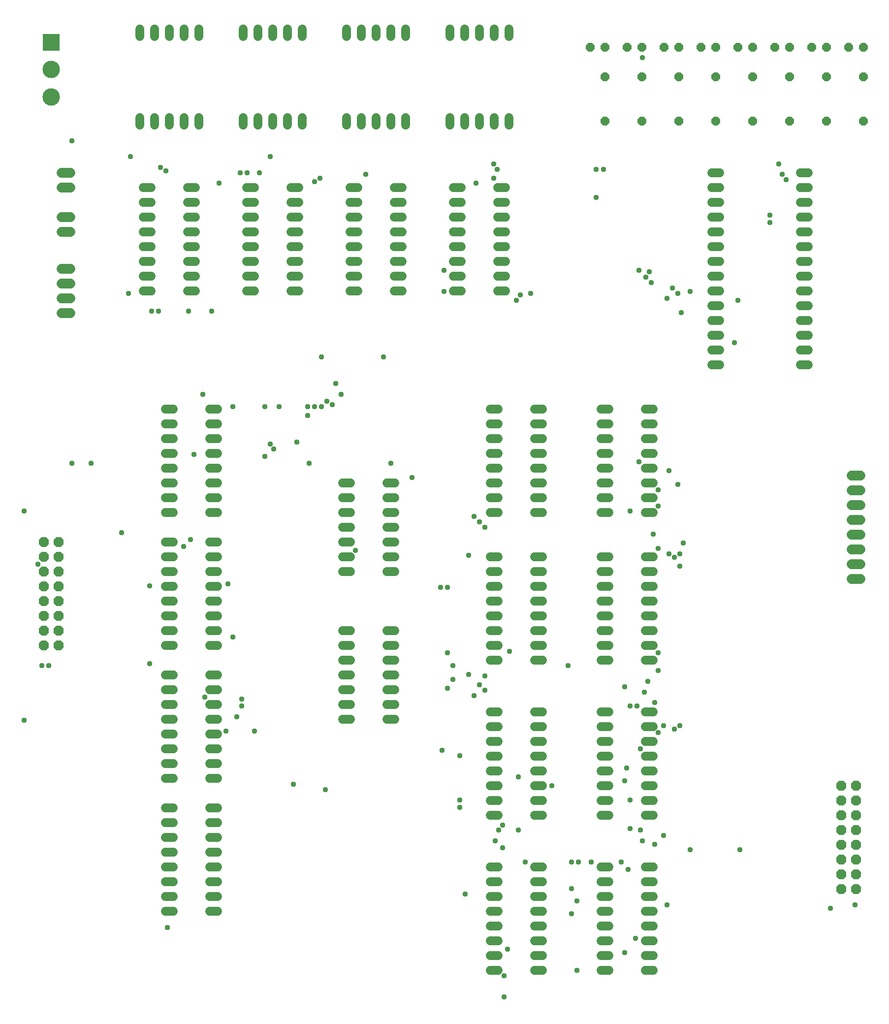
<source format=gbr>
G04 EAGLE Gerber RS-274X export*
G75*
%MOMM*%
%FSLAX34Y34*%
%LPD*%
%INSoldermask Bottom*%
%IPPOS*%
%AMOC8*
5,1,8,0,0,1.08239X$1,22.5*%
G01*
%ADD10C,1.524000*%
%ADD11P,1.649562X8X22.500000*%
%ADD12P,1.649562X8X112.500000*%
%ADD13R,2.984500X2.984500*%
%ADD14C,2.984500*%
%ADD15C,1.727200*%
%ADD16P,1.869504X8X112.500000*%
%ADD17C,0.959600*%


D10*
X787400Y1517396D02*
X787400Y1530604D01*
X812800Y1530604D02*
X812800Y1517396D01*
X838200Y1517396D02*
X838200Y1530604D01*
X863600Y1530604D02*
X863600Y1517396D01*
X889000Y1517396D02*
X889000Y1530604D01*
X889000Y1669796D02*
X889000Y1683004D01*
X863600Y1683004D02*
X863600Y1669796D01*
X838200Y1669796D02*
X838200Y1683004D01*
X812800Y1683004D02*
X812800Y1669796D01*
X787400Y1669796D02*
X787400Y1683004D01*
X609600Y1530604D02*
X609600Y1517396D01*
X635000Y1517396D02*
X635000Y1530604D01*
X660400Y1530604D02*
X660400Y1517396D01*
X685800Y1517396D02*
X685800Y1530604D01*
X711200Y1530604D02*
X711200Y1517396D01*
X711200Y1669796D02*
X711200Y1683004D01*
X685800Y1683004D02*
X685800Y1669796D01*
X660400Y1669796D02*
X660400Y1683004D01*
X635000Y1683004D02*
X635000Y1669796D01*
X609600Y1669796D02*
X609600Y1683004D01*
X431800Y1530604D02*
X431800Y1517396D01*
X457200Y1517396D02*
X457200Y1530604D01*
X482600Y1530604D02*
X482600Y1517396D01*
X508000Y1517396D02*
X508000Y1530604D01*
X533400Y1530604D02*
X533400Y1517396D01*
X533400Y1669796D02*
X533400Y1683004D01*
X508000Y1683004D02*
X508000Y1669796D01*
X482600Y1669796D02*
X482600Y1683004D01*
X457200Y1683004D02*
X457200Y1669796D01*
X431800Y1669796D02*
X431800Y1683004D01*
X254000Y1530604D02*
X254000Y1517396D01*
X279400Y1517396D02*
X279400Y1530604D01*
X304800Y1530604D02*
X304800Y1517396D01*
X330200Y1517396D02*
X330200Y1530604D01*
X355600Y1530604D02*
X355600Y1517396D01*
X355600Y1669796D02*
X355600Y1683004D01*
X330200Y1683004D02*
X330200Y1669796D01*
X304800Y1669796D02*
X304800Y1683004D01*
X279400Y1683004D02*
X279400Y1669796D01*
X254000Y1669796D02*
X254000Y1683004D01*
X1237996Y1435100D02*
X1251204Y1435100D01*
X1251204Y1409700D02*
X1237996Y1409700D01*
X1237996Y1384300D02*
X1251204Y1384300D01*
X1251204Y1358900D02*
X1237996Y1358900D01*
X1237996Y1333500D02*
X1251204Y1333500D01*
X1251204Y1308100D02*
X1237996Y1308100D01*
X1237996Y1282700D02*
X1251204Y1282700D01*
X1251204Y1257300D02*
X1237996Y1257300D01*
X1237996Y1231900D02*
X1251204Y1231900D01*
X1251204Y1206500D02*
X1237996Y1206500D01*
X1237996Y1181100D02*
X1251204Y1181100D01*
X1251204Y1155700D02*
X1237996Y1155700D01*
X1237996Y1130300D02*
X1251204Y1130300D01*
X1251204Y1104900D02*
X1237996Y1104900D01*
X1390396Y1104900D02*
X1403604Y1104900D01*
X1403604Y1130300D02*
X1390396Y1130300D01*
X1390396Y1155700D02*
X1403604Y1155700D01*
X1403604Y1181100D02*
X1390396Y1181100D01*
X1390396Y1206500D02*
X1403604Y1206500D01*
X1403604Y1231900D02*
X1390396Y1231900D01*
X1390396Y1257300D02*
X1403604Y1257300D01*
X1403604Y1282700D02*
X1390396Y1282700D01*
X1390396Y1308100D02*
X1403604Y1308100D01*
X1403604Y1333500D02*
X1390396Y1333500D01*
X1390396Y1358900D02*
X1403604Y1358900D01*
X1403604Y1384300D02*
X1390396Y1384300D01*
X1390396Y1409700D02*
X1403604Y1409700D01*
X1403604Y1435100D02*
X1390396Y1435100D01*
X451104Y1409700D02*
X437896Y1409700D01*
X437896Y1384300D02*
X451104Y1384300D01*
X451104Y1257300D02*
X437896Y1257300D01*
X437896Y1231900D02*
X451104Y1231900D01*
X451104Y1358900D02*
X437896Y1358900D01*
X437896Y1333500D02*
X451104Y1333500D01*
X451104Y1282700D02*
X437896Y1282700D01*
X437896Y1308100D02*
X451104Y1308100D01*
X514096Y1231900D02*
X527304Y1231900D01*
X527304Y1257300D02*
X514096Y1257300D01*
X514096Y1282700D02*
X527304Y1282700D01*
X527304Y1308100D02*
X514096Y1308100D01*
X514096Y1333500D02*
X527304Y1333500D01*
X527304Y1358900D02*
X514096Y1358900D01*
X514096Y1384300D02*
X527304Y1384300D01*
X527304Y1409700D02*
X514096Y1409700D01*
X273304Y1409700D02*
X260096Y1409700D01*
X260096Y1384300D02*
X273304Y1384300D01*
X273304Y1257300D02*
X260096Y1257300D01*
X260096Y1231900D02*
X273304Y1231900D01*
X273304Y1358900D02*
X260096Y1358900D01*
X260096Y1333500D02*
X273304Y1333500D01*
X273304Y1282700D02*
X260096Y1282700D01*
X260096Y1308100D02*
X273304Y1308100D01*
X336296Y1231900D02*
X349504Y1231900D01*
X349504Y1257300D02*
X336296Y1257300D01*
X336296Y1282700D02*
X349504Y1282700D01*
X349504Y1308100D02*
X336296Y1308100D01*
X336296Y1333500D02*
X349504Y1333500D01*
X349504Y1358900D02*
X336296Y1358900D01*
X336296Y1384300D02*
X349504Y1384300D01*
X349504Y1409700D02*
X336296Y1409700D01*
X856996Y1028700D02*
X870204Y1028700D01*
X870204Y1003300D02*
X856996Y1003300D01*
X856996Y876300D02*
X870204Y876300D01*
X870204Y850900D02*
X856996Y850900D01*
X856996Y977900D02*
X870204Y977900D01*
X870204Y952500D02*
X856996Y952500D01*
X856996Y901700D02*
X870204Y901700D01*
X870204Y927100D02*
X856996Y927100D01*
X933196Y850900D02*
X946404Y850900D01*
X946404Y876300D02*
X933196Y876300D01*
X933196Y901700D02*
X946404Y901700D01*
X946404Y927100D02*
X933196Y927100D01*
X933196Y952500D02*
X946404Y952500D01*
X946404Y977900D02*
X933196Y977900D01*
X933196Y1003300D02*
X946404Y1003300D01*
X946404Y1028700D02*
X933196Y1028700D01*
X870204Y774700D02*
X856996Y774700D01*
X856996Y749300D02*
X870204Y749300D01*
X870204Y622300D02*
X856996Y622300D01*
X856996Y596900D02*
X870204Y596900D01*
X870204Y723900D02*
X856996Y723900D01*
X856996Y698500D02*
X870204Y698500D01*
X870204Y647700D02*
X856996Y647700D01*
X856996Y673100D02*
X870204Y673100D01*
X933196Y596900D02*
X946404Y596900D01*
X946404Y622300D02*
X933196Y622300D01*
X933196Y647700D02*
X946404Y647700D01*
X946404Y673100D02*
X933196Y673100D01*
X933196Y698500D02*
X946404Y698500D01*
X946404Y723900D02*
X933196Y723900D01*
X933196Y749300D02*
X946404Y749300D01*
X946404Y774700D02*
X933196Y774700D01*
X616204Y647700D02*
X602996Y647700D01*
X602996Y622300D02*
X616204Y622300D01*
X616204Y495300D02*
X602996Y495300D01*
X679196Y495300D02*
X692404Y495300D01*
X616204Y596900D02*
X602996Y596900D01*
X602996Y571500D02*
X616204Y571500D01*
X616204Y520700D02*
X602996Y520700D01*
X602996Y546100D02*
X616204Y546100D01*
X679196Y520700D02*
X692404Y520700D01*
X692404Y546100D02*
X679196Y546100D01*
X679196Y571500D02*
X692404Y571500D01*
X692404Y596900D02*
X679196Y596900D01*
X679196Y622300D02*
X692404Y622300D01*
X692404Y647700D02*
X679196Y647700D01*
X1047496Y508000D02*
X1060704Y508000D01*
X1060704Y482600D02*
X1047496Y482600D01*
X1047496Y355600D02*
X1060704Y355600D01*
X1060704Y330200D02*
X1047496Y330200D01*
X1047496Y457200D02*
X1060704Y457200D01*
X1060704Y431800D02*
X1047496Y431800D01*
X1047496Y381000D02*
X1060704Y381000D01*
X1060704Y406400D02*
X1047496Y406400D01*
X1123696Y330200D02*
X1136904Y330200D01*
X1136904Y355600D02*
X1123696Y355600D01*
X1123696Y381000D02*
X1136904Y381000D01*
X1136904Y406400D02*
X1123696Y406400D01*
X1123696Y431800D02*
X1136904Y431800D01*
X1136904Y457200D02*
X1123696Y457200D01*
X1123696Y482600D02*
X1136904Y482600D01*
X1136904Y508000D02*
X1123696Y508000D01*
X1060704Y241300D02*
X1047496Y241300D01*
X1047496Y215900D02*
X1060704Y215900D01*
X1060704Y88900D02*
X1047496Y88900D01*
X1047496Y63500D02*
X1060704Y63500D01*
X1060704Y190500D02*
X1047496Y190500D01*
X1047496Y165100D02*
X1060704Y165100D01*
X1060704Y114300D02*
X1047496Y114300D01*
X1047496Y139700D02*
X1060704Y139700D01*
X1123696Y63500D02*
X1136904Y63500D01*
X1136904Y88900D02*
X1123696Y88900D01*
X1123696Y114300D02*
X1136904Y114300D01*
X1136904Y139700D02*
X1123696Y139700D01*
X1123696Y165100D02*
X1136904Y165100D01*
X1136904Y190500D02*
X1123696Y190500D01*
X1123696Y215900D02*
X1136904Y215900D01*
X1136904Y241300D02*
X1123696Y241300D01*
X870204Y508000D02*
X856996Y508000D01*
X856996Y482600D02*
X870204Y482600D01*
X870204Y355600D02*
X856996Y355600D01*
X856996Y330200D02*
X870204Y330200D01*
X870204Y457200D02*
X856996Y457200D01*
X856996Y431800D02*
X870204Y431800D01*
X870204Y381000D02*
X856996Y381000D01*
X856996Y406400D02*
X870204Y406400D01*
X933196Y330200D02*
X946404Y330200D01*
X946404Y355600D02*
X933196Y355600D01*
X933196Y381000D02*
X946404Y381000D01*
X946404Y406400D02*
X933196Y406400D01*
X933196Y431800D02*
X946404Y431800D01*
X946404Y457200D02*
X933196Y457200D01*
X933196Y482600D02*
X946404Y482600D01*
X946404Y508000D02*
X933196Y508000D01*
X870204Y241300D02*
X856996Y241300D01*
X856996Y215900D02*
X870204Y215900D01*
X870204Y88900D02*
X856996Y88900D01*
X856996Y63500D02*
X870204Y63500D01*
X870204Y190500D02*
X856996Y190500D01*
X856996Y165100D02*
X870204Y165100D01*
X870204Y114300D02*
X856996Y114300D01*
X856996Y139700D02*
X870204Y139700D01*
X933196Y63500D02*
X946404Y63500D01*
X946404Y88900D02*
X933196Y88900D01*
X933196Y114300D02*
X946404Y114300D01*
X946404Y139700D02*
X933196Y139700D01*
X933196Y165100D02*
X946404Y165100D01*
X946404Y190500D02*
X933196Y190500D01*
X933196Y215900D02*
X946404Y215900D01*
X946404Y241300D02*
X933196Y241300D01*
X1047496Y1028700D02*
X1060704Y1028700D01*
X1060704Y1003300D02*
X1047496Y1003300D01*
X1047496Y876300D02*
X1060704Y876300D01*
X1060704Y850900D02*
X1047496Y850900D01*
X1047496Y977900D02*
X1060704Y977900D01*
X1060704Y952500D02*
X1047496Y952500D01*
X1047496Y901700D02*
X1060704Y901700D01*
X1060704Y927100D02*
X1047496Y927100D01*
X1123696Y850900D02*
X1136904Y850900D01*
X1136904Y876300D02*
X1123696Y876300D01*
X1123696Y901700D02*
X1136904Y901700D01*
X1136904Y927100D02*
X1123696Y927100D01*
X1123696Y952500D02*
X1136904Y952500D01*
X1136904Y977900D02*
X1123696Y977900D01*
X1123696Y1003300D02*
X1136904Y1003300D01*
X1136904Y1028700D02*
X1123696Y1028700D01*
X1060704Y774700D02*
X1047496Y774700D01*
X1047496Y749300D02*
X1060704Y749300D01*
X1060704Y622300D02*
X1047496Y622300D01*
X1047496Y596900D02*
X1060704Y596900D01*
X1060704Y723900D02*
X1047496Y723900D01*
X1047496Y698500D02*
X1060704Y698500D01*
X1060704Y647700D02*
X1047496Y647700D01*
X1047496Y673100D02*
X1060704Y673100D01*
X1123696Y596900D02*
X1136904Y596900D01*
X1136904Y622300D02*
X1123696Y622300D01*
X1123696Y647700D02*
X1136904Y647700D01*
X1136904Y673100D02*
X1123696Y673100D01*
X1123696Y698500D02*
X1136904Y698500D01*
X1136904Y723900D02*
X1123696Y723900D01*
X1123696Y749300D02*
X1136904Y749300D01*
X1136904Y774700D02*
X1123696Y774700D01*
X311404Y342900D02*
X298196Y342900D01*
X298196Y317500D02*
X311404Y317500D01*
X311404Y190500D02*
X298196Y190500D01*
X298196Y165100D02*
X311404Y165100D01*
X311404Y292100D02*
X298196Y292100D01*
X298196Y266700D02*
X311404Y266700D01*
X311404Y215900D02*
X298196Y215900D01*
X298196Y241300D02*
X311404Y241300D01*
X374396Y165100D02*
X387604Y165100D01*
X387604Y190500D02*
X374396Y190500D01*
X374396Y215900D02*
X387604Y215900D01*
X387604Y241300D02*
X374396Y241300D01*
X374396Y266700D02*
X387604Y266700D01*
X387604Y292100D02*
X374396Y292100D01*
X374396Y317500D02*
X387604Y317500D01*
X387604Y342900D02*
X374396Y342900D01*
X311404Y571500D02*
X298196Y571500D01*
X298196Y546100D02*
X311404Y546100D01*
X311404Y419100D02*
X298196Y419100D01*
X298196Y393700D02*
X311404Y393700D01*
X311404Y520700D02*
X298196Y520700D01*
X298196Y495300D02*
X311404Y495300D01*
X311404Y444500D02*
X298196Y444500D01*
X298196Y469900D02*
X311404Y469900D01*
X374396Y393700D02*
X387604Y393700D01*
X387604Y419100D02*
X374396Y419100D01*
X374396Y444500D02*
X387604Y444500D01*
X387604Y469900D02*
X374396Y469900D01*
X374396Y495300D02*
X387604Y495300D01*
X387604Y520700D02*
X374396Y520700D01*
X374396Y546100D02*
X387604Y546100D01*
X387604Y571500D02*
X374396Y571500D01*
X311404Y800100D02*
X298196Y800100D01*
X298196Y774700D02*
X311404Y774700D01*
X311404Y647700D02*
X298196Y647700D01*
X298196Y622300D02*
X311404Y622300D01*
X311404Y749300D02*
X298196Y749300D01*
X298196Y723900D02*
X311404Y723900D01*
X311404Y673100D02*
X298196Y673100D01*
X298196Y698500D02*
X311404Y698500D01*
X374396Y622300D02*
X387604Y622300D01*
X387604Y647700D02*
X374396Y647700D01*
X374396Y673100D02*
X387604Y673100D01*
X387604Y698500D02*
X374396Y698500D01*
X374396Y723900D02*
X387604Y723900D01*
X387604Y749300D02*
X374396Y749300D01*
X374396Y774700D02*
X387604Y774700D01*
X387604Y800100D02*
X374396Y800100D01*
X311404Y1028700D02*
X298196Y1028700D01*
X298196Y1003300D02*
X311404Y1003300D01*
X311404Y876300D02*
X298196Y876300D01*
X298196Y850900D02*
X311404Y850900D01*
X311404Y977900D02*
X298196Y977900D01*
X298196Y952500D02*
X311404Y952500D01*
X311404Y901700D02*
X298196Y901700D01*
X298196Y927100D02*
X311404Y927100D01*
X374396Y850900D02*
X387604Y850900D01*
X387604Y876300D02*
X374396Y876300D01*
X374396Y901700D02*
X387604Y901700D01*
X387604Y927100D02*
X374396Y927100D01*
X374396Y952500D02*
X387604Y952500D01*
X387604Y977900D02*
X374396Y977900D01*
X374396Y1003300D02*
X387604Y1003300D01*
X387604Y1028700D02*
X374396Y1028700D01*
X793496Y1409700D02*
X806704Y1409700D01*
X806704Y1384300D02*
X793496Y1384300D01*
X793496Y1257300D02*
X806704Y1257300D01*
X806704Y1231900D02*
X793496Y1231900D01*
X793496Y1358900D02*
X806704Y1358900D01*
X806704Y1333500D02*
X793496Y1333500D01*
X793496Y1282700D02*
X806704Y1282700D01*
X806704Y1308100D02*
X793496Y1308100D01*
X869696Y1231900D02*
X882904Y1231900D01*
X882904Y1257300D02*
X869696Y1257300D01*
X869696Y1282700D02*
X882904Y1282700D01*
X882904Y1308100D02*
X869696Y1308100D01*
X869696Y1333500D02*
X882904Y1333500D01*
X882904Y1358900D02*
X869696Y1358900D01*
X869696Y1384300D02*
X882904Y1384300D01*
X882904Y1409700D02*
X869696Y1409700D01*
X628904Y1409700D02*
X615696Y1409700D01*
X615696Y1384300D02*
X628904Y1384300D01*
X628904Y1257300D02*
X615696Y1257300D01*
X615696Y1231900D02*
X628904Y1231900D01*
X628904Y1358900D02*
X615696Y1358900D01*
X615696Y1333500D02*
X628904Y1333500D01*
X628904Y1282700D02*
X615696Y1282700D01*
X615696Y1308100D02*
X628904Y1308100D01*
X691896Y1231900D02*
X705104Y1231900D01*
X705104Y1257300D02*
X691896Y1257300D01*
X691896Y1282700D02*
X705104Y1282700D01*
X705104Y1308100D02*
X691896Y1308100D01*
X691896Y1333500D02*
X705104Y1333500D01*
X705104Y1358900D02*
X691896Y1358900D01*
X691896Y1384300D02*
X705104Y1384300D01*
X705104Y1409700D02*
X691896Y1409700D01*
D11*
X1473200Y1651000D03*
X1498600Y1651000D03*
X1092200Y1651000D03*
X1117600Y1651000D03*
X1409700Y1651000D03*
X1435100Y1651000D03*
X1346200Y1651000D03*
X1371600Y1651000D03*
X1282700Y1651000D03*
X1308100Y1651000D03*
X1219200Y1651000D03*
X1244600Y1651000D03*
X1155700Y1651000D03*
X1181100Y1651000D03*
X1028700Y1651000D03*
X1054100Y1651000D03*
D12*
X1498600Y1524000D03*
X1498600Y1600200D03*
X1117600Y1524000D03*
X1117600Y1600200D03*
X1435100Y1524000D03*
X1435100Y1600200D03*
X1371600Y1524000D03*
X1371600Y1600200D03*
X1308100Y1524000D03*
X1308100Y1600200D03*
X1244600Y1524000D03*
X1244600Y1600200D03*
X1181100Y1524000D03*
X1181100Y1600200D03*
X1054100Y1524000D03*
X1054100Y1600200D03*
D13*
X101600Y1659890D03*
D14*
X101600Y1612900D03*
X101600Y1565910D03*
D10*
X602996Y901700D02*
X616204Y901700D01*
X616204Y876300D02*
X602996Y876300D01*
X602996Y749300D02*
X616204Y749300D01*
X679196Y749300D02*
X692404Y749300D01*
X616204Y850900D02*
X602996Y850900D01*
X602996Y825500D02*
X616204Y825500D01*
X616204Y774700D02*
X602996Y774700D01*
X602996Y800100D02*
X616204Y800100D01*
X679196Y774700D02*
X692404Y774700D01*
X692404Y800100D02*
X679196Y800100D01*
X679196Y825500D02*
X692404Y825500D01*
X692404Y850900D02*
X679196Y850900D01*
X679196Y876300D02*
X692404Y876300D01*
X692404Y901700D02*
X679196Y901700D01*
D15*
X1478280Y914400D02*
X1493520Y914400D01*
X1493520Y889000D02*
X1478280Y889000D01*
X1478280Y863600D02*
X1493520Y863600D01*
X1493520Y838200D02*
X1478280Y838200D01*
X1478280Y812800D02*
X1493520Y812800D01*
X1493520Y787400D02*
X1478280Y787400D01*
X1478280Y762000D02*
X1493520Y762000D01*
X1493520Y736600D02*
X1478280Y736600D01*
D16*
X1485900Y203200D03*
X1460500Y203200D03*
X1485900Y228600D03*
X1460500Y228600D03*
X1485900Y254000D03*
X1460500Y254000D03*
X1485900Y279400D03*
X1460500Y279400D03*
X1485900Y304800D03*
X1460500Y304800D03*
X1485900Y330200D03*
X1460500Y330200D03*
X1485900Y355600D03*
X1460500Y355600D03*
X1485900Y381000D03*
X1460500Y381000D03*
D15*
X134620Y1270000D02*
X119380Y1270000D01*
X119380Y1244600D02*
X134620Y1244600D01*
X134620Y1219200D02*
X119380Y1219200D01*
X119380Y1193800D02*
X134620Y1193800D01*
X134620Y1333500D02*
X119380Y1333500D01*
X119380Y1358900D02*
X134620Y1358900D01*
X134620Y1409700D02*
X119380Y1409700D01*
X119380Y1435100D02*
X134620Y1435100D01*
D16*
X114300Y622300D03*
X88900Y622300D03*
X114300Y647700D03*
X88900Y647700D03*
X114300Y673100D03*
X88900Y673100D03*
X114300Y698500D03*
X88900Y698500D03*
X114300Y723900D03*
X88900Y723900D03*
X114300Y749300D03*
X88900Y749300D03*
X114300Y774700D03*
X88900Y774700D03*
X114300Y800100D03*
X88900Y800100D03*
D17*
X1277112Y1143000D03*
X1146048Y789432D03*
X1146048Y609600D03*
X1353312Y1450848D03*
X1146048Y579120D03*
X1359408Y1432560D03*
X1441704Y170688D03*
X917448Y249936D03*
X1484376Y176784D03*
X1097280Y307848D03*
X1118616Y286512D03*
X1200912Y271272D03*
X1286256Y271272D03*
X1097280Y518160D03*
X1121664Y542544D03*
X847344Y826008D03*
X234696Y1228344D03*
X545592Y935736D03*
X54864Y853440D03*
X274320Y1197864D03*
X1283208Y1216152D03*
X1185672Y1194816D03*
X673608Y1118616D03*
X566928Y1118616D03*
X54864Y493776D03*
X1338072Y1350264D03*
X1118616Y1633728D03*
X137160Y1490472D03*
X1338072Y1362456D03*
X237744Y1463040D03*
X85344Y588264D03*
X286512Y1197864D03*
X271272Y591312D03*
X271272Y725424D03*
X170688Y935736D03*
X377952Y1197864D03*
X1365504Y1423416D03*
X426720Y1435608D03*
X137160Y935736D03*
X338328Y1197864D03*
X1039368Y1441704D03*
X868680Y1441704D03*
X460248Y1435608D03*
X405384Y728472D03*
X469392Y1033272D03*
X1051560Y1441704D03*
X862584Y1450848D03*
X438912Y1435608D03*
X420624Y499872D03*
X414528Y637032D03*
X585216Y1036320D03*
X600456Y1054608D03*
X1112520Y1267968D03*
X926592Y1228344D03*
X484632Y960120D03*
X542544Y1018032D03*
X1130808Y1264920D03*
X908304Y1225296D03*
X329184Y792480D03*
X469392Y947928D03*
X493776Y1033272D03*
X1039368Y1392936D03*
X862584Y1426464D03*
X643128Y1432560D03*
X566928Y1033272D03*
X591312Y1072896D03*
X1200912Y1231392D03*
X1179576Y1228344D03*
X524256Y972312D03*
X1124712Y1255776D03*
X902208Y1216152D03*
X414528Y1033272D03*
X576072Y1042416D03*
X1133856Y1246632D03*
X478536Y969264D03*
X542544Y1033272D03*
X1170432Y1237488D03*
X554736Y1033272D03*
X777240Y1267968D03*
X1161288Y1219200D03*
X777240Y1231392D03*
X832104Y1417320D03*
X554736Y1420368D03*
X563880Y1426464D03*
X478536Y1463040D03*
X289560Y1444752D03*
X390144Y1417320D03*
X298704Y1438656D03*
X1005840Y64008D03*
X1005840Y182880D03*
X1008888Y249936D03*
X1106424Y118872D03*
X1094232Y237744D03*
X1082040Y249936D03*
X880872Y18288D03*
X1161288Y176784D03*
X1155192Y295656D03*
X518160Y384048D03*
X865632Y286512D03*
X877824Y274320D03*
X963168Y381000D03*
X1088136Y390144D03*
X573024Y374904D03*
X880872Y54864D03*
X886968Y100584D03*
X1088136Y94488D03*
X429768Y518160D03*
X774192Y441960D03*
X804672Y344424D03*
X871728Y304800D03*
X905256Y304800D03*
X804672Y356616D03*
X877824Y313944D03*
X905256Y396240D03*
X792480Y588264D03*
X771144Y722376D03*
X722376Y911352D03*
X362712Y1054608D03*
X301752Y137160D03*
X451104Y475488D03*
X402336Y475488D03*
X365760Y533400D03*
X341376Y804672D03*
X429768Y530352D03*
X347472Y950976D03*
X1146048Y472440D03*
X1173480Y774192D03*
X1146048Y890016D03*
X1091184Y411480D03*
X1173480Y478536D03*
X1182624Y780288D03*
X1179576Y899160D03*
X1164336Y923544D03*
X1112520Y938784D03*
X1182624Y484632D03*
X1182624Y758952D03*
X1188720Y798576D03*
X1136904Y813816D03*
X1097280Y853440D03*
X1155192Y484632D03*
X1164336Y780288D03*
X1146048Y862584D03*
X829056Y536448D03*
X890016Y612648D03*
X996696Y204216D03*
X996696Y249936D03*
X1109472Y518160D03*
X1088136Y551688D03*
X990600Y588264D03*
X1127760Y560832D03*
X1139952Y280416D03*
X1115568Y304800D03*
X1097280Y356616D03*
X847344Y545592D03*
X847344Y569976D03*
X829056Y844296D03*
X804672Y432816D03*
X624840Y786384D03*
X685800Y935736D03*
X783336Y548640D03*
X783336Y609600D03*
X783336Y722376D03*
X819912Y777240D03*
X838200Y835152D03*
X819912Y573024D03*
X813816Y195072D03*
X792480Y563880D03*
X996696Y161544D03*
X1030224Y249936D03*
X1115568Y445008D03*
X1139952Y524256D03*
X838200Y554736D03*
X97536Y588264D03*
X222504Y816864D03*
X79248Y762000D03*
M02*

</source>
